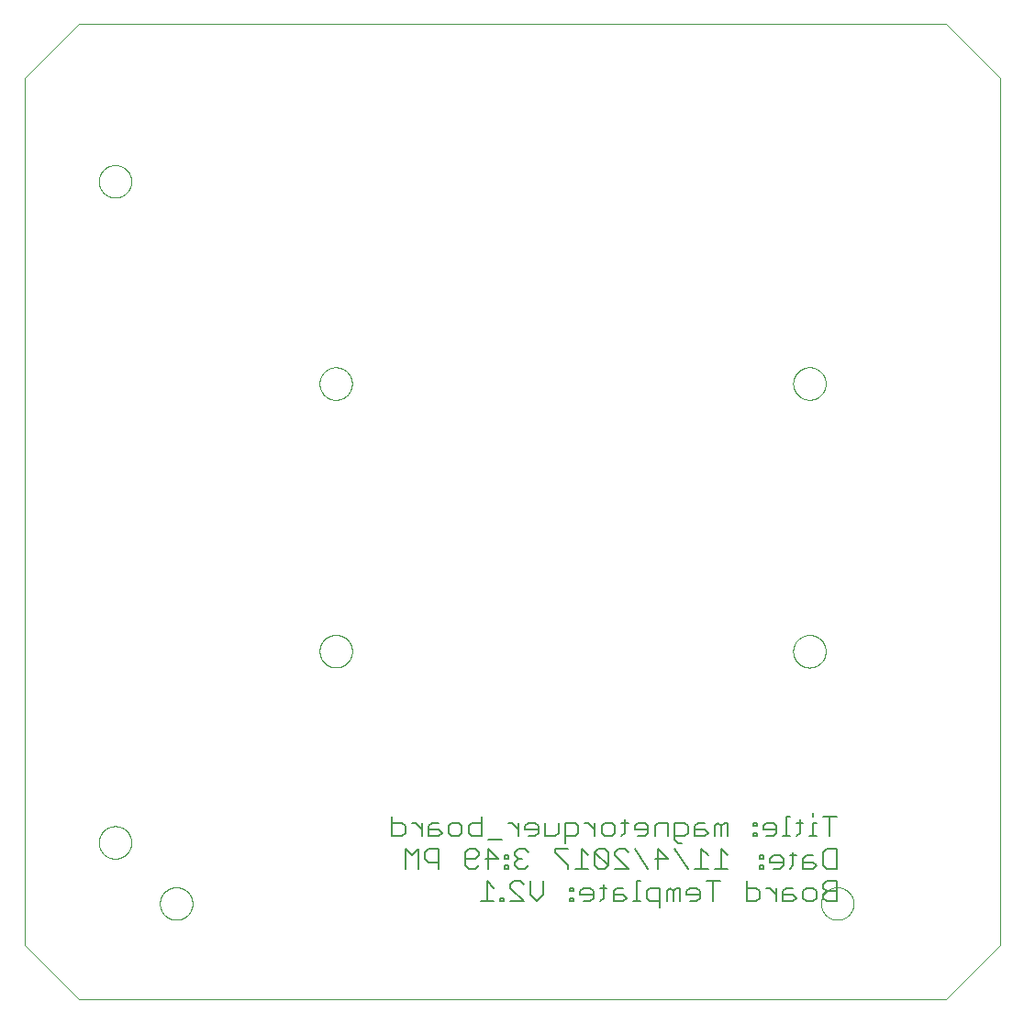
<source format=gbo>
G75*
%MOIN*%
%OFA0B0*%
%FSLAX25Y25*%
%IPPOS*%
%LPD*%
%AMOC8*
5,1,8,0,0,1.08239X$1,22.5*
%
%ADD10C,0.00000*%
%ADD11C,0.00600*%
D10*
X0021455Y0039203D02*
X0021455Y0354163D01*
X0041140Y0373848D01*
X0356100Y0373848D01*
X0375785Y0354163D01*
X0375785Y0039203D01*
X0356100Y0019518D01*
X0041140Y0019518D01*
X0021455Y0039203D01*
X0048494Y0076604D02*
X0048496Y0076757D01*
X0048502Y0076911D01*
X0048512Y0077064D01*
X0048526Y0077216D01*
X0048544Y0077369D01*
X0048566Y0077520D01*
X0048591Y0077671D01*
X0048621Y0077822D01*
X0048655Y0077972D01*
X0048692Y0078120D01*
X0048733Y0078268D01*
X0048778Y0078414D01*
X0048827Y0078560D01*
X0048880Y0078704D01*
X0048936Y0078846D01*
X0048996Y0078987D01*
X0049060Y0079127D01*
X0049127Y0079265D01*
X0049198Y0079401D01*
X0049273Y0079535D01*
X0049350Y0079667D01*
X0049432Y0079797D01*
X0049516Y0079925D01*
X0049604Y0080051D01*
X0049695Y0080174D01*
X0049789Y0080295D01*
X0049887Y0080413D01*
X0049987Y0080529D01*
X0050091Y0080642D01*
X0050197Y0080753D01*
X0050306Y0080861D01*
X0050418Y0080966D01*
X0050532Y0081067D01*
X0050650Y0081166D01*
X0050769Y0081262D01*
X0050891Y0081355D01*
X0051016Y0081444D01*
X0051143Y0081531D01*
X0051272Y0081613D01*
X0051403Y0081693D01*
X0051536Y0081769D01*
X0051671Y0081842D01*
X0051808Y0081911D01*
X0051947Y0081976D01*
X0052087Y0082038D01*
X0052229Y0082096D01*
X0052372Y0082151D01*
X0052517Y0082202D01*
X0052663Y0082249D01*
X0052810Y0082292D01*
X0052958Y0082331D01*
X0053107Y0082367D01*
X0053257Y0082398D01*
X0053408Y0082426D01*
X0053559Y0082450D01*
X0053712Y0082470D01*
X0053864Y0082486D01*
X0054017Y0082498D01*
X0054170Y0082506D01*
X0054323Y0082510D01*
X0054477Y0082510D01*
X0054630Y0082506D01*
X0054783Y0082498D01*
X0054936Y0082486D01*
X0055088Y0082470D01*
X0055241Y0082450D01*
X0055392Y0082426D01*
X0055543Y0082398D01*
X0055693Y0082367D01*
X0055842Y0082331D01*
X0055990Y0082292D01*
X0056137Y0082249D01*
X0056283Y0082202D01*
X0056428Y0082151D01*
X0056571Y0082096D01*
X0056713Y0082038D01*
X0056853Y0081976D01*
X0056992Y0081911D01*
X0057129Y0081842D01*
X0057264Y0081769D01*
X0057397Y0081693D01*
X0057528Y0081613D01*
X0057657Y0081531D01*
X0057784Y0081444D01*
X0057909Y0081355D01*
X0058031Y0081262D01*
X0058150Y0081166D01*
X0058268Y0081067D01*
X0058382Y0080966D01*
X0058494Y0080861D01*
X0058603Y0080753D01*
X0058709Y0080642D01*
X0058813Y0080529D01*
X0058913Y0080413D01*
X0059011Y0080295D01*
X0059105Y0080174D01*
X0059196Y0080051D01*
X0059284Y0079925D01*
X0059368Y0079797D01*
X0059450Y0079667D01*
X0059527Y0079535D01*
X0059602Y0079401D01*
X0059673Y0079265D01*
X0059740Y0079127D01*
X0059804Y0078987D01*
X0059864Y0078846D01*
X0059920Y0078704D01*
X0059973Y0078560D01*
X0060022Y0078414D01*
X0060067Y0078268D01*
X0060108Y0078120D01*
X0060145Y0077972D01*
X0060179Y0077822D01*
X0060209Y0077671D01*
X0060234Y0077520D01*
X0060256Y0077369D01*
X0060274Y0077216D01*
X0060288Y0077064D01*
X0060298Y0076911D01*
X0060304Y0076757D01*
X0060306Y0076604D01*
X0060304Y0076451D01*
X0060298Y0076297D01*
X0060288Y0076144D01*
X0060274Y0075992D01*
X0060256Y0075839D01*
X0060234Y0075688D01*
X0060209Y0075537D01*
X0060179Y0075386D01*
X0060145Y0075236D01*
X0060108Y0075088D01*
X0060067Y0074940D01*
X0060022Y0074794D01*
X0059973Y0074648D01*
X0059920Y0074504D01*
X0059864Y0074362D01*
X0059804Y0074221D01*
X0059740Y0074081D01*
X0059673Y0073943D01*
X0059602Y0073807D01*
X0059527Y0073673D01*
X0059450Y0073541D01*
X0059368Y0073411D01*
X0059284Y0073283D01*
X0059196Y0073157D01*
X0059105Y0073034D01*
X0059011Y0072913D01*
X0058913Y0072795D01*
X0058813Y0072679D01*
X0058709Y0072566D01*
X0058603Y0072455D01*
X0058494Y0072347D01*
X0058382Y0072242D01*
X0058268Y0072141D01*
X0058150Y0072042D01*
X0058031Y0071946D01*
X0057909Y0071853D01*
X0057784Y0071764D01*
X0057657Y0071677D01*
X0057528Y0071595D01*
X0057397Y0071515D01*
X0057264Y0071439D01*
X0057129Y0071366D01*
X0056992Y0071297D01*
X0056853Y0071232D01*
X0056713Y0071170D01*
X0056571Y0071112D01*
X0056428Y0071057D01*
X0056283Y0071006D01*
X0056137Y0070959D01*
X0055990Y0070916D01*
X0055842Y0070877D01*
X0055693Y0070841D01*
X0055543Y0070810D01*
X0055392Y0070782D01*
X0055241Y0070758D01*
X0055088Y0070738D01*
X0054936Y0070722D01*
X0054783Y0070710D01*
X0054630Y0070702D01*
X0054477Y0070698D01*
X0054323Y0070698D01*
X0054170Y0070702D01*
X0054017Y0070710D01*
X0053864Y0070722D01*
X0053712Y0070738D01*
X0053559Y0070758D01*
X0053408Y0070782D01*
X0053257Y0070810D01*
X0053107Y0070841D01*
X0052958Y0070877D01*
X0052810Y0070916D01*
X0052663Y0070959D01*
X0052517Y0071006D01*
X0052372Y0071057D01*
X0052229Y0071112D01*
X0052087Y0071170D01*
X0051947Y0071232D01*
X0051808Y0071297D01*
X0051671Y0071366D01*
X0051536Y0071439D01*
X0051403Y0071515D01*
X0051272Y0071595D01*
X0051143Y0071677D01*
X0051016Y0071764D01*
X0050891Y0071853D01*
X0050769Y0071946D01*
X0050650Y0072042D01*
X0050532Y0072141D01*
X0050418Y0072242D01*
X0050306Y0072347D01*
X0050197Y0072455D01*
X0050091Y0072566D01*
X0049987Y0072679D01*
X0049887Y0072795D01*
X0049789Y0072913D01*
X0049695Y0073034D01*
X0049604Y0073157D01*
X0049516Y0073283D01*
X0049432Y0073411D01*
X0049350Y0073541D01*
X0049273Y0073673D01*
X0049198Y0073807D01*
X0049127Y0073943D01*
X0049060Y0074081D01*
X0048996Y0074221D01*
X0048936Y0074362D01*
X0048880Y0074504D01*
X0048827Y0074648D01*
X0048778Y0074794D01*
X0048733Y0074940D01*
X0048692Y0075088D01*
X0048655Y0075236D01*
X0048621Y0075386D01*
X0048591Y0075537D01*
X0048566Y0075688D01*
X0048544Y0075839D01*
X0048526Y0075992D01*
X0048512Y0076144D01*
X0048502Y0076297D01*
X0048496Y0076451D01*
X0048494Y0076604D01*
X0070698Y0054400D02*
X0070700Y0054553D01*
X0070706Y0054707D01*
X0070716Y0054860D01*
X0070730Y0055012D01*
X0070748Y0055165D01*
X0070770Y0055316D01*
X0070795Y0055467D01*
X0070825Y0055618D01*
X0070859Y0055768D01*
X0070896Y0055916D01*
X0070937Y0056064D01*
X0070982Y0056210D01*
X0071031Y0056356D01*
X0071084Y0056500D01*
X0071140Y0056642D01*
X0071200Y0056783D01*
X0071264Y0056923D01*
X0071331Y0057061D01*
X0071402Y0057197D01*
X0071477Y0057331D01*
X0071554Y0057463D01*
X0071636Y0057593D01*
X0071720Y0057721D01*
X0071808Y0057847D01*
X0071899Y0057970D01*
X0071993Y0058091D01*
X0072091Y0058209D01*
X0072191Y0058325D01*
X0072295Y0058438D01*
X0072401Y0058549D01*
X0072510Y0058657D01*
X0072622Y0058762D01*
X0072736Y0058863D01*
X0072854Y0058962D01*
X0072973Y0059058D01*
X0073095Y0059151D01*
X0073220Y0059240D01*
X0073347Y0059327D01*
X0073476Y0059409D01*
X0073607Y0059489D01*
X0073740Y0059565D01*
X0073875Y0059638D01*
X0074012Y0059707D01*
X0074151Y0059772D01*
X0074291Y0059834D01*
X0074433Y0059892D01*
X0074576Y0059947D01*
X0074721Y0059998D01*
X0074867Y0060045D01*
X0075014Y0060088D01*
X0075162Y0060127D01*
X0075311Y0060163D01*
X0075461Y0060194D01*
X0075612Y0060222D01*
X0075763Y0060246D01*
X0075916Y0060266D01*
X0076068Y0060282D01*
X0076221Y0060294D01*
X0076374Y0060302D01*
X0076527Y0060306D01*
X0076681Y0060306D01*
X0076834Y0060302D01*
X0076987Y0060294D01*
X0077140Y0060282D01*
X0077292Y0060266D01*
X0077445Y0060246D01*
X0077596Y0060222D01*
X0077747Y0060194D01*
X0077897Y0060163D01*
X0078046Y0060127D01*
X0078194Y0060088D01*
X0078341Y0060045D01*
X0078487Y0059998D01*
X0078632Y0059947D01*
X0078775Y0059892D01*
X0078917Y0059834D01*
X0079057Y0059772D01*
X0079196Y0059707D01*
X0079333Y0059638D01*
X0079468Y0059565D01*
X0079601Y0059489D01*
X0079732Y0059409D01*
X0079861Y0059327D01*
X0079988Y0059240D01*
X0080113Y0059151D01*
X0080235Y0059058D01*
X0080354Y0058962D01*
X0080472Y0058863D01*
X0080586Y0058762D01*
X0080698Y0058657D01*
X0080807Y0058549D01*
X0080913Y0058438D01*
X0081017Y0058325D01*
X0081117Y0058209D01*
X0081215Y0058091D01*
X0081309Y0057970D01*
X0081400Y0057847D01*
X0081488Y0057721D01*
X0081572Y0057593D01*
X0081654Y0057463D01*
X0081731Y0057331D01*
X0081806Y0057197D01*
X0081877Y0057061D01*
X0081944Y0056923D01*
X0082008Y0056783D01*
X0082068Y0056642D01*
X0082124Y0056500D01*
X0082177Y0056356D01*
X0082226Y0056210D01*
X0082271Y0056064D01*
X0082312Y0055916D01*
X0082349Y0055768D01*
X0082383Y0055618D01*
X0082413Y0055467D01*
X0082438Y0055316D01*
X0082460Y0055165D01*
X0082478Y0055012D01*
X0082492Y0054860D01*
X0082502Y0054707D01*
X0082508Y0054553D01*
X0082510Y0054400D01*
X0082508Y0054247D01*
X0082502Y0054093D01*
X0082492Y0053940D01*
X0082478Y0053788D01*
X0082460Y0053635D01*
X0082438Y0053484D01*
X0082413Y0053333D01*
X0082383Y0053182D01*
X0082349Y0053032D01*
X0082312Y0052884D01*
X0082271Y0052736D01*
X0082226Y0052590D01*
X0082177Y0052444D01*
X0082124Y0052300D01*
X0082068Y0052158D01*
X0082008Y0052017D01*
X0081944Y0051877D01*
X0081877Y0051739D01*
X0081806Y0051603D01*
X0081731Y0051469D01*
X0081654Y0051337D01*
X0081572Y0051207D01*
X0081488Y0051079D01*
X0081400Y0050953D01*
X0081309Y0050830D01*
X0081215Y0050709D01*
X0081117Y0050591D01*
X0081017Y0050475D01*
X0080913Y0050362D01*
X0080807Y0050251D01*
X0080698Y0050143D01*
X0080586Y0050038D01*
X0080472Y0049937D01*
X0080354Y0049838D01*
X0080235Y0049742D01*
X0080113Y0049649D01*
X0079988Y0049560D01*
X0079861Y0049473D01*
X0079732Y0049391D01*
X0079601Y0049311D01*
X0079468Y0049235D01*
X0079333Y0049162D01*
X0079196Y0049093D01*
X0079057Y0049028D01*
X0078917Y0048966D01*
X0078775Y0048908D01*
X0078632Y0048853D01*
X0078487Y0048802D01*
X0078341Y0048755D01*
X0078194Y0048712D01*
X0078046Y0048673D01*
X0077897Y0048637D01*
X0077747Y0048606D01*
X0077596Y0048578D01*
X0077445Y0048554D01*
X0077292Y0048534D01*
X0077140Y0048518D01*
X0076987Y0048506D01*
X0076834Y0048498D01*
X0076681Y0048494D01*
X0076527Y0048494D01*
X0076374Y0048498D01*
X0076221Y0048506D01*
X0076068Y0048518D01*
X0075916Y0048534D01*
X0075763Y0048554D01*
X0075612Y0048578D01*
X0075461Y0048606D01*
X0075311Y0048637D01*
X0075162Y0048673D01*
X0075014Y0048712D01*
X0074867Y0048755D01*
X0074721Y0048802D01*
X0074576Y0048853D01*
X0074433Y0048908D01*
X0074291Y0048966D01*
X0074151Y0049028D01*
X0074012Y0049093D01*
X0073875Y0049162D01*
X0073740Y0049235D01*
X0073607Y0049311D01*
X0073476Y0049391D01*
X0073347Y0049473D01*
X0073220Y0049560D01*
X0073095Y0049649D01*
X0072973Y0049742D01*
X0072854Y0049838D01*
X0072736Y0049937D01*
X0072622Y0050038D01*
X0072510Y0050143D01*
X0072401Y0050251D01*
X0072295Y0050362D01*
X0072191Y0050475D01*
X0072091Y0050591D01*
X0071993Y0050709D01*
X0071899Y0050830D01*
X0071808Y0050953D01*
X0071720Y0051079D01*
X0071636Y0051207D01*
X0071554Y0051337D01*
X0071477Y0051469D01*
X0071402Y0051603D01*
X0071331Y0051739D01*
X0071264Y0051877D01*
X0071200Y0052017D01*
X0071140Y0052158D01*
X0071084Y0052300D01*
X0071031Y0052444D01*
X0070982Y0052590D01*
X0070937Y0052736D01*
X0070896Y0052884D01*
X0070859Y0053032D01*
X0070825Y0053182D01*
X0070795Y0053333D01*
X0070770Y0053484D01*
X0070748Y0053635D01*
X0070730Y0053788D01*
X0070716Y0053940D01*
X0070706Y0054093D01*
X0070700Y0054247D01*
X0070698Y0054400D01*
X0128694Y0146083D02*
X0128696Y0146236D01*
X0128702Y0146390D01*
X0128712Y0146543D01*
X0128726Y0146695D01*
X0128744Y0146848D01*
X0128766Y0146999D01*
X0128791Y0147150D01*
X0128821Y0147301D01*
X0128855Y0147451D01*
X0128892Y0147599D01*
X0128933Y0147747D01*
X0128978Y0147893D01*
X0129027Y0148039D01*
X0129080Y0148183D01*
X0129136Y0148325D01*
X0129196Y0148466D01*
X0129260Y0148606D01*
X0129327Y0148744D01*
X0129398Y0148880D01*
X0129473Y0149014D01*
X0129550Y0149146D01*
X0129632Y0149276D01*
X0129716Y0149404D01*
X0129804Y0149530D01*
X0129895Y0149653D01*
X0129989Y0149774D01*
X0130087Y0149892D01*
X0130187Y0150008D01*
X0130291Y0150121D01*
X0130397Y0150232D01*
X0130506Y0150340D01*
X0130618Y0150445D01*
X0130732Y0150546D01*
X0130850Y0150645D01*
X0130969Y0150741D01*
X0131091Y0150834D01*
X0131216Y0150923D01*
X0131343Y0151010D01*
X0131472Y0151092D01*
X0131603Y0151172D01*
X0131736Y0151248D01*
X0131871Y0151321D01*
X0132008Y0151390D01*
X0132147Y0151455D01*
X0132287Y0151517D01*
X0132429Y0151575D01*
X0132572Y0151630D01*
X0132717Y0151681D01*
X0132863Y0151728D01*
X0133010Y0151771D01*
X0133158Y0151810D01*
X0133307Y0151846D01*
X0133457Y0151877D01*
X0133608Y0151905D01*
X0133759Y0151929D01*
X0133912Y0151949D01*
X0134064Y0151965D01*
X0134217Y0151977D01*
X0134370Y0151985D01*
X0134523Y0151989D01*
X0134677Y0151989D01*
X0134830Y0151985D01*
X0134983Y0151977D01*
X0135136Y0151965D01*
X0135288Y0151949D01*
X0135441Y0151929D01*
X0135592Y0151905D01*
X0135743Y0151877D01*
X0135893Y0151846D01*
X0136042Y0151810D01*
X0136190Y0151771D01*
X0136337Y0151728D01*
X0136483Y0151681D01*
X0136628Y0151630D01*
X0136771Y0151575D01*
X0136913Y0151517D01*
X0137053Y0151455D01*
X0137192Y0151390D01*
X0137329Y0151321D01*
X0137464Y0151248D01*
X0137597Y0151172D01*
X0137728Y0151092D01*
X0137857Y0151010D01*
X0137984Y0150923D01*
X0138109Y0150834D01*
X0138231Y0150741D01*
X0138350Y0150645D01*
X0138468Y0150546D01*
X0138582Y0150445D01*
X0138694Y0150340D01*
X0138803Y0150232D01*
X0138909Y0150121D01*
X0139013Y0150008D01*
X0139113Y0149892D01*
X0139211Y0149774D01*
X0139305Y0149653D01*
X0139396Y0149530D01*
X0139484Y0149404D01*
X0139568Y0149276D01*
X0139650Y0149146D01*
X0139727Y0149014D01*
X0139802Y0148880D01*
X0139873Y0148744D01*
X0139940Y0148606D01*
X0140004Y0148466D01*
X0140064Y0148325D01*
X0140120Y0148183D01*
X0140173Y0148039D01*
X0140222Y0147893D01*
X0140267Y0147747D01*
X0140308Y0147599D01*
X0140345Y0147451D01*
X0140379Y0147301D01*
X0140409Y0147150D01*
X0140434Y0146999D01*
X0140456Y0146848D01*
X0140474Y0146695D01*
X0140488Y0146543D01*
X0140498Y0146390D01*
X0140504Y0146236D01*
X0140506Y0146083D01*
X0140504Y0145930D01*
X0140498Y0145776D01*
X0140488Y0145623D01*
X0140474Y0145471D01*
X0140456Y0145318D01*
X0140434Y0145167D01*
X0140409Y0145016D01*
X0140379Y0144865D01*
X0140345Y0144715D01*
X0140308Y0144567D01*
X0140267Y0144419D01*
X0140222Y0144273D01*
X0140173Y0144127D01*
X0140120Y0143983D01*
X0140064Y0143841D01*
X0140004Y0143700D01*
X0139940Y0143560D01*
X0139873Y0143422D01*
X0139802Y0143286D01*
X0139727Y0143152D01*
X0139650Y0143020D01*
X0139568Y0142890D01*
X0139484Y0142762D01*
X0139396Y0142636D01*
X0139305Y0142513D01*
X0139211Y0142392D01*
X0139113Y0142274D01*
X0139013Y0142158D01*
X0138909Y0142045D01*
X0138803Y0141934D01*
X0138694Y0141826D01*
X0138582Y0141721D01*
X0138468Y0141620D01*
X0138350Y0141521D01*
X0138231Y0141425D01*
X0138109Y0141332D01*
X0137984Y0141243D01*
X0137857Y0141156D01*
X0137728Y0141074D01*
X0137597Y0140994D01*
X0137464Y0140918D01*
X0137329Y0140845D01*
X0137192Y0140776D01*
X0137053Y0140711D01*
X0136913Y0140649D01*
X0136771Y0140591D01*
X0136628Y0140536D01*
X0136483Y0140485D01*
X0136337Y0140438D01*
X0136190Y0140395D01*
X0136042Y0140356D01*
X0135893Y0140320D01*
X0135743Y0140289D01*
X0135592Y0140261D01*
X0135441Y0140237D01*
X0135288Y0140217D01*
X0135136Y0140201D01*
X0134983Y0140189D01*
X0134830Y0140181D01*
X0134677Y0140177D01*
X0134523Y0140177D01*
X0134370Y0140181D01*
X0134217Y0140189D01*
X0134064Y0140201D01*
X0133912Y0140217D01*
X0133759Y0140237D01*
X0133608Y0140261D01*
X0133457Y0140289D01*
X0133307Y0140320D01*
X0133158Y0140356D01*
X0133010Y0140395D01*
X0132863Y0140438D01*
X0132717Y0140485D01*
X0132572Y0140536D01*
X0132429Y0140591D01*
X0132287Y0140649D01*
X0132147Y0140711D01*
X0132008Y0140776D01*
X0131871Y0140845D01*
X0131736Y0140918D01*
X0131603Y0140994D01*
X0131472Y0141074D01*
X0131343Y0141156D01*
X0131216Y0141243D01*
X0131091Y0141332D01*
X0130969Y0141425D01*
X0130850Y0141521D01*
X0130732Y0141620D01*
X0130618Y0141721D01*
X0130506Y0141826D01*
X0130397Y0141934D01*
X0130291Y0142045D01*
X0130187Y0142158D01*
X0130087Y0142274D01*
X0129989Y0142392D01*
X0129895Y0142513D01*
X0129804Y0142636D01*
X0129716Y0142762D01*
X0129632Y0142890D01*
X0129550Y0143020D01*
X0129473Y0143152D01*
X0129398Y0143286D01*
X0129327Y0143422D01*
X0129260Y0143560D01*
X0129196Y0143700D01*
X0129136Y0143841D01*
X0129080Y0143983D01*
X0129027Y0144127D01*
X0128978Y0144273D01*
X0128933Y0144419D01*
X0128892Y0144567D01*
X0128855Y0144715D01*
X0128821Y0144865D01*
X0128791Y0145016D01*
X0128766Y0145167D01*
X0128744Y0145318D01*
X0128726Y0145471D01*
X0128712Y0145623D01*
X0128702Y0145776D01*
X0128696Y0145930D01*
X0128694Y0146083D01*
X0128664Y0243293D02*
X0128666Y0243446D01*
X0128672Y0243600D01*
X0128682Y0243753D01*
X0128696Y0243905D01*
X0128714Y0244058D01*
X0128736Y0244209D01*
X0128761Y0244360D01*
X0128791Y0244511D01*
X0128825Y0244661D01*
X0128862Y0244809D01*
X0128903Y0244957D01*
X0128948Y0245103D01*
X0128997Y0245249D01*
X0129050Y0245393D01*
X0129106Y0245535D01*
X0129166Y0245676D01*
X0129230Y0245816D01*
X0129297Y0245954D01*
X0129368Y0246090D01*
X0129443Y0246224D01*
X0129520Y0246356D01*
X0129602Y0246486D01*
X0129686Y0246614D01*
X0129774Y0246740D01*
X0129865Y0246863D01*
X0129959Y0246984D01*
X0130057Y0247102D01*
X0130157Y0247218D01*
X0130261Y0247331D01*
X0130367Y0247442D01*
X0130476Y0247550D01*
X0130588Y0247655D01*
X0130702Y0247756D01*
X0130820Y0247855D01*
X0130939Y0247951D01*
X0131061Y0248044D01*
X0131186Y0248133D01*
X0131313Y0248220D01*
X0131442Y0248302D01*
X0131573Y0248382D01*
X0131706Y0248458D01*
X0131841Y0248531D01*
X0131978Y0248600D01*
X0132117Y0248665D01*
X0132257Y0248727D01*
X0132399Y0248785D01*
X0132542Y0248840D01*
X0132687Y0248891D01*
X0132833Y0248938D01*
X0132980Y0248981D01*
X0133128Y0249020D01*
X0133277Y0249056D01*
X0133427Y0249087D01*
X0133578Y0249115D01*
X0133729Y0249139D01*
X0133882Y0249159D01*
X0134034Y0249175D01*
X0134187Y0249187D01*
X0134340Y0249195D01*
X0134493Y0249199D01*
X0134647Y0249199D01*
X0134800Y0249195D01*
X0134953Y0249187D01*
X0135106Y0249175D01*
X0135258Y0249159D01*
X0135411Y0249139D01*
X0135562Y0249115D01*
X0135713Y0249087D01*
X0135863Y0249056D01*
X0136012Y0249020D01*
X0136160Y0248981D01*
X0136307Y0248938D01*
X0136453Y0248891D01*
X0136598Y0248840D01*
X0136741Y0248785D01*
X0136883Y0248727D01*
X0137023Y0248665D01*
X0137162Y0248600D01*
X0137299Y0248531D01*
X0137434Y0248458D01*
X0137567Y0248382D01*
X0137698Y0248302D01*
X0137827Y0248220D01*
X0137954Y0248133D01*
X0138079Y0248044D01*
X0138201Y0247951D01*
X0138320Y0247855D01*
X0138438Y0247756D01*
X0138552Y0247655D01*
X0138664Y0247550D01*
X0138773Y0247442D01*
X0138879Y0247331D01*
X0138983Y0247218D01*
X0139083Y0247102D01*
X0139181Y0246984D01*
X0139275Y0246863D01*
X0139366Y0246740D01*
X0139454Y0246614D01*
X0139538Y0246486D01*
X0139620Y0246356D01*
X0139697Y0246224D01*
X0139772Y0246090D01*
X0139843Y0245954D01*
X0139910Y0245816D01*
X0139974Y0245676D01*
X0140034Y0245535D01*
X0140090Y0245393D01*
X0140143Y0245249D01*
X0140192Y0245103D01*
X0140237Y0244957D01*
X0140278Y0244809D01*
X0140315Y0244661D01*
X0140349Y0244511D01*
X0140379Y0244360D01*
X0140404Y0244209D01*
X0140426Y0244058D01*
X0140444Y0243905D01*
X0140458Y0243753D01*
X0140468Y0243600D01*
X0140474Y0243446D01*
X0140476Y0243293D01*
X0140474Y0243140D01*
X0140468Y0242986D01*
X0140458Y0242833D01*
X0140444Y0242681D01*
X0140426Y0242528D01*
X0140404Y0242377D01*
X0140379Y0242226D01*
X0140349Y0242075D01*
X0140315Y0241925D01*
X0140278Y0241777D01*
X0140237Y0241629D01*
X0140192Y0241483D01*
X0140143Y0241337D01*
X0140090Y0241193D01*
X0140034Y0241051D01*
X0139974Y0240910D01*
X0139910Y0240770D01*
X0139843Y0240632D01*
X0139772Y0240496D01*
X0139697Y0240362D01*
X0139620Y0240230D01*
X0139538Y0240100D01*
X0139454Y0239972D01*
X0139366Y0239846D01*
X0139275Y0239723D01*
X0139181Y0239602D01*
X0139083Y0239484D01*
X0138983Y0239368D01*
X0138879Y0239255D01*
X0138773Y0239144D01*
X0138664Y0239036D01*
X0138552Y0238931D01*
X0138438Y0238830D01*
X0138320Y0238731D01*
X0138201Y0238635D01*
X0138079Y0238542D01*
X0137954Y0238453D01*
X0137827Y0238366D01*
X0137698Y0238284D01*
X0137567Y0238204D01*
X0137434Y0238128D01*
X0137299Y0238055D01*
X0137162Y0237986D01*
X0137023Y0237921D01*
X0136883Y0237859D01*
X0136741Y0237801D01*
X0136598Y0237746D01*
X0136453Y0237695D01*
X0136307Y0237648D01*
X0136160Y0237605D01*
X0136012Y0237566D01*
X0135863Y0237530D01*
X0135713Y0237499D01*
X0135562Y0237471D01*
X0135411Y0237447D01*
X0135258Y0237427D01*
X0135106Y0237411D01*
X0134953Y0237399D01*
X0134800Y0237391D01*
X0134647Y0237387D01*
X0134493Y0237387D01*
X0134340Y0237391D01*
X0134187Y0237399D01*
X0134034Y0237411D01*
X0133882Y0237427D01*
X0133729Y0237447D01*
X0133578Y0237471D01*
X0133427Y0237499D01*
X0133277Y0237530D01*
X0133128Y0237566D01*
X0132980Y0237605D01*
X0132833Y0237648D01*
X0132687Y0237695D01*
X0132542Y0237746D01*
X0132399Y0237801D01*
X0132257Y0237859D01*
X0132117Y0237921D01*
X0131978Y0237986D01*
X0131841Y0238055D01*
X0131706Y0238128D01*
X0131573Y0238204D01*
X0131442Y0238284D01*
X0131313Y0238366D01*
X0131186Y0238453D01*
X0131061Y0238542D01*
X0130939Y0238635D01*
X0130820Y0238731D01*
X0130702Y0238830D01*
X0130588Y0238931D01*
X0130476Y0239036D01*
X0130367Y0239144D01*
X0130261Y0239255D01*
X0130157Y0239368D01*
X0130057Y0239484D01*
X0129959Y0239602D01*
X0129865Y0239723D01*
X0129774Y0239846D01*
X0129686Y0239972D01*
X0129602Y0240100D01*
X0129520Y0240230D01*
X0129443Y0240362D01*
X0129368Y0240496D01*
X0129297Y0240632D01*
X0129230Y0240770D01*
X0129166Y0240910D01*
X0129106Y0241051D01*
X0129050Y0241193D01*
X0128997Y0241337D01*
X0128948Y0241483D01*
X0128903Y0241629D01*
X0128862Y0241777D01*
X0128825Y0241925D01*
X0128791Y0242075D01*
X0128761Y0242226D01*
X0128736Y0242377D01*
X0128714Y0242528D01*
X0128696Y0242681D01*
X0128682Y0242833D01*
X0128672Y0242986D01*
X0128666Y0243140D01*
X0128664Y0243293D01*
X0048494Y0316762D02*
X0048496Y0316915D01*
X0048502Y0317069D01*
X0048512Y0317222D01*
X0048526Y0317374D01*
X0048544Y0317527D01*
X0048566Y0317678D01*
X0048591Y0317829D01*
X0048621Y0317980D01*
X0048655Y0318130D01*
X0048692Y0318278D01*
X0048733Y0318426D01*
X0048778Y0318572D01*
X0048827Y0318718D01*
X0048880Y0318862D01*
X0048936Y0319004D01*
X0048996Y0319145D01*
X0049060Y0319285D01*
X0049127Y0319423D01*
X0049198Y0319559D01*
X0049273Y0319693D01*
X0049350Y0319825D01*
X0049432Y0319955D01*
X0049516Y0320083D01*
X0049604Y0320209D01*
X0049695Y0320332D01*
X0049789Y0320453D01*
X0049887Y0320571D01*
X0049987Y0320687D01*
X0050091Y0320800D01*
X0050197Y0320911D01*
X0050306Y0321019D01*
X0050418Y0321124D01*
X0050532Y0321225D01*
X0050650Y0321324D01*
X0050769Y0321420D01*
X0050891Y0321513D01*
X0051016Y0321602D01*
X0051143Y0321689D01*
X0051272Y0321771D01*
X0051403Y0321851D01*
X0051536Y0321927D01*
X0051671Y0322000D01*
X0051808Y0322069D01*
X0051947Y0322134D01*
X0052087Y0322196D01*
X0052229Y0322254D01*
X0052372Y0322309D01*
X0052517Y0322360D01*
X0052663Y0322407D01*
X0052810Y0322450D01*
X0052958Y0322489D01*
X0053107Y0322525D01*
X0053257Y0322556D01*
X0053408Y0322584D01*
X0053559Y0322608D01*
X0053712Y0322628D01*
X0053864Y0322644D01*
X0054017Y0322656D01*
X0054170Y0322664D01*
X0054323Y0322668D01*
X0054477Y0322668D01*
X0054630Y0322664D01*
X0054783Y0322656D01*
X0054936Y0322644D01*
X0055088Y0322628D01*
X0055241Y0322608D01*
X0055392Y0322584D01*
X0055543Y0322556D01*
X0055693Y0322525D01*
X0055842Y0322489D01*
X0055990Y0322450D01*
X0056137Y0322407D01*
X0056283Y0322360D01*
X0056428Y0322309D01*
X0056571Y0322254D01*
X0056713Y0322196D01*
X0056853Y0322134D01*
X0056992Y0322069D01*
X0057129Y0322000D01*
X0057264Y0321927D01*
X0057397Y0321851D01*
X0057528Y0321771D01*
X0057657Y0321689D01*
X0057784Y0321602D01*
X0057909Y0321513D01*
X0058031Y0321420D01*
X0058150Y0321324D01*
X0058268Y0321225D01*
X0058382Y0321124D01*
X0058494Y0321019D01*
X0058603Y0320911D01*
X0058709Y0320800D01*
X0058813Y0320687D01*
X0058913Y0320571D01*
X0059011Y0320453D01*
X0059105Y0320332D01*
X0059196Y0320209D01*
X0059284Y0320083D01*
X0059368Y0319955D01*
X0059450Y0319825D01*
X0059527Y0319693D01*
X0059602Y0319559D01*
X0059673Y0319423D01*
X0059740Y0319285D01*
X0059804Y0319145D01*
X0059864Y0319004D01*
X0059920Y0318862D01*
X0059973Y0318718D01*
X0060022Y0318572D01*
X0060067Y0318426D01*
X0060108Y0318278D01*
X0060145Y0318130D01*
X0060179Y0317980D01*
X0060209Y0317829D01*
X0060234Y0317678D01*
X0060256Y0317527D01*
X0060274Y0317374D01*
X0060288Y0317222D01*
X0060298Y0317069D01*
X0060304Y0316915D01*
X0060306Y0316762D01*
X0060304Y0316609D01*
X0060298Y0316455D01*
X0060288Y0316302D01*
X0060274Y0316150D01*
X0060256Y0315997D01*
X0060234Y0315846D01*
X0060209Y0315695D01*
X0060179Y0315544D01*
X0060145Y0315394D01*
X0060108Y0315246D01*
X0060067Y0315098D01*
X0060022Y0314952D01*
X0059973Y0314806D01*
X0059920Y0314662D01*
X0059864Y0314520D01*
X0059804Y0314379D01*
X0059740Y0314239D01*
X0059673Y0314101D01*
X0059602Y0313965D01*
X0059527Y0313831D01*
X0059450Y0313699D01*
X0059368Y0313569D01*
X0059284Y0313441D01*
X0059196Y0313315D01*
X0059105Y0313192D01*
X0059011Y0313071D01*
X0058913Y0312953D01*
X0058813Y0312837D01*
X0058709Y0312724D01*
X0058603Y0312613D01*
X0058494Y0312505D01*
X0058382Y0312400D01*
X0058268Y0312299D01*
X0058150Y0312200D01*
X0058031Y0312104D01*
X0057909Y0312011D01*
X0057784Y0311922D01*
X0057657Y0311835D01*
X0057528Y0311753D01*
X0057397Y0311673D01*
X0057264Y0311597D01*
X0057129Y0311524D01*
X0056992Y0311455D01*
X0056853Y0311390D01*
X0056713Y0311328D01*
X0056571Y0311270D01*
X0056428Y0311215D01*
X0056283Y0311164D01*
X0056137Y0311117D01*
X0055990Y0311074D01*
X0055842Y0311035D01*
X0055693Y0310999D01*
X0055543Y0310968D01*
X0055392Y0310940D01*
X0055241Y0310916D01*
X0055088Y0310896D01*
X0054936Y0310880D01*
X0054783Y0310868D01*
X0054630Y0310860D01*
X0054477Y0310856D01*
X0054323Y0310856D01*
X0054170Y0310860D01*
X0054017Y0310868D01*
X0053864Y0310880D01*
X0053712Y0310896D01*
X0053559Y0310916D01*
X0053408Y0310940D01*
X0053257Y0310968D01*
X0053107Y0310999D01*
X0052958Y0311035D01*
X0052810Y0311074D01*
X0052663Y0311117D01*
X0052517Y0311164D01*
X0052372Y0311215D01*
X0052229Y0311270D01*
X0052087Y0311328D01*
X0051947Y0311390D01*
X0051808Y0311455D01*
X0051671Y0311524D01*
X0051536Y0311597D01*
X0051403Y0311673D01*
X0051272Y0311753D01*
X0051143Y0311835D01*
X0051016Y0311922D01*
X0050891Y0312011D01*
X0050769Y0312104D01*
X0050650Y0312200D01*
X0050532Y0312299D01*
X0050418Y0312400D01*
X0050306Y0312505D01*
X0050197Y0312613D01*
X0050091Y0312724D01*
X0049987Y0312837D01*
X0049887Y0312953D01*
X0049789Y0313071D01*
X0049695Y0313192D01*
X0049604Y0313315D01*
X0049516Y0313441D01*
X0049432Y0313569D01*
X0049350Y0313699D01*
X0049273Y0313831D01*
X0049198Y0313965D01*
X0049127Y0314101D01*
X0049060Y0314239D01*
X0048996Y0314379D01*
X0048936Y0314520D01*
X0048880Y0314662D01*
X0048827Y0314806D01*
X0048778Y0314952D01*
X0048733Y0315098D01*
X0048692Y0315246D01*
X0048655Y0315394D01*
X0048621Y0315544D01*
X0048591Y0315695D01*
X0048566Y0315846D01*
X0048544Y0315997D01*
X0048526Y0316150D01*
X0048512Y0316302D01*
X0048502Y0316455D01*
X0048496Y0316609D01*
X0048494Y0316762D01*
X0300734Y0243313D02*
X0300736Y0243466D01*
X0300742Y0243620D01*
X0300752Y0243773D01*
X0300766Y0243925D01*
X0300784Y0244078D01*
X0300806Y0244229D01*
X0300831Y0244380D01*
X0300861Y0244531D01*
X0300895Y0244681D01*
X0300932Y0244829D01*
X0300973Y0244977D01*
X0301018Y0245123D01*
X0301067Y0245269D01*
X0301120Y0245413D01*
X0301176Y0245555D01*
X0301236Y0245696D01*
X0301300Y0245836D01*
X0301367Y0245974D01*
X0301438Y0246110D01*
X0301513Y0246244D01*
X0301590Y0246376D01*
X0301672Y0246506D01*
X0301756Y0246634D01*
X0301844Y0246760D01*
X0301935Y0246883D01*
X0302029Y0247004D01*
X0302127Y0247122D01*
X0302227Y0247238D01*
X0302331Y0247351D01*
X0302437Y0247462D01*
X0302546Y0247570D01*
X0302658Y0247675D01*
X0302772Y0247776D01*
X0302890Y0247875D01*
X0303009Y0247971D01*
X0303131Y0248064D01*
X0303256Y0248153D01*
X0303383Y0248240D01*
X0303512Y0248322D01*
X0303643Y0248402D01*
X0303776Y0248478D01*
X0303911Y0248551D01*
X0304048Y0248620D01*
X0304187Y0248685D01*
X0304327Y0248747D01*
X0304469Y0248805D01*
X0304612Y0248860D01*
X0304757Y0248911D01*
X0304903Y0248958D01*
X0305050Y0249001D01*
X0305198Y0249040D01*
X0305347Y0249076D01*
X0305497Y0249107D01*
X0305648Y0249135D01*
X0305799Y0249159D01*
X0305952Y0249179D01*
X0306104Y0249195D01*
X0306257Y0249207D01*
X0306410Y0249215D01*
X0306563Y0249219D01*
X0306717Y0249219D01*
X0306870Y0249215D01*
X0307023Y0249207D01*
X0307176Y0249195D01*
X0307328Y0249179D01*
X0307481Y0249159D01*
X0307632Y0249135D01*
X0307783Y0249107D01*
X0307933Y0249076D01*
X0308082Y0249040D01*
X0308230Y0249001D01*
X0308377Y0248958D01*
X0308523Y0248911D01*
X0308668Y0248860D01*
X0308811Y0248805D01*
X0308953Y0248747D01*
X0309093Y0248685D01*
X0309232Y0248620D01*
X0309369Y0248551D01*
X0309504Y0248478D01*
X0309637Y0248402D01*
X0309768Y0248322D01*
X0309897Y0248240D01*
X0310024Y0248153D01*
X0310149Y0248064D01*
X0310271Y0247971D01*
X0310390Y0247875D01*
X0310508Y0247776D01*
X0310622Y0247675D01*
X0310734Y0247570D01*
X0310843Y0247462D01*
X0310949Y0247351D01*
X0311053Y0247238D01*
X0311153Y0247122D01*
X0311251Y0247004D01*
X0311345Y0246883D01*
X0311436Y0246760D01*
X0311524Y0246634D01*
X0311608Y0246506D01*
X0311690Y0246376D01*
X0311767Y0246244D01*
X0311842Y0246110D01*
X0311913Y0245974D01*
X0311980Y0245836D01*
X0312044Y0245696D01*
X0312104Y0245555D01*
X0312160Y0245413D01*
X0312213Y0245269D01*
X0312262Y0245123D01*
X0312307Y0244977D01*
X0312348Y0244829D01*
X0312385Y0244681D01*
X0312419Y0244531D01*
X0312449Y0244380D01*
X0312474Y0244229D01*
X0312496Y0244078D01*
X0312514Y0243925D01*
X0312528Y0243773D01*
X0312538Y0243620D01*
X0312544Y0243466D01*
X0312546Y0243313D01*
X0312544Y0243160D01*
X0312538Y0243006D01*
X0312528Y0242853D01*
X0312514Y0242701D01*
X0312496Y0242548D01*
X0312474Y0242397D01*
X0312449Y0242246D01*
X0312419Y0242095D01*
X0312385Y0241945D01*
X0312348Y0241797D01*
X0312307Y0241649D01*
X0312262Y0241503D01*
X0312213Y0241357D01*
X0312160Y0241213D01*
X0312104Y0241071D01*
X0312044Y0240930D01*
X0311980Y0240790D01*
X0311913Y0240652D01*
X0311842Y0240516D01*
X0311767Y0240382D01*
X0311690Y0240250D01*
X0311608Y0240120D01*
X0311524Y0239992D01*
X0311436Y0239866D01*
X0311345Y0239743D01*
X0311251Y0239622D01*
X0311153Y0239504D01*
X0311053Y0239388D01*
X0310949Y0239275D01*
X0310843Y0239164D01*
X0310734Y0239056D01*
X0310622Y0238951D01*
X0310508Y0238850D01*
X0310390Y0238751D01*
X0310271Y0238655D01*
X0310149Y0238562D01*
X0310024Y0238473D01*
X0309897Y0238386D01*
X0309768Y0238304D01*
X0309637Y0238224D01*
X0309504Y0238148D01*
X0309369Y0238075D01*
X0309232Y0238006D01*
X0309093Y0237941D01*
X0308953Y0237879D01*
X0308811Y0237821D01*
X0308668Y0237766D01*
X0308523Y0237715D01*
X0308377Y0237668D01*
X0308230Y0237625D01*
X0308082Y0237586D01*
X0307933Y0237550D01*
X0307783Y0237519D01*
X0307632Y0237491D01*
X0307481Y0237467D01*
X0307328Y0237447D01*
X0307176Y0237431D01*
X0307023Y0237419D01*
X0306870Y0237411D01*
X0306717Y0237407D01*
X0306563Y0237407D01*
X0306410Y0237411D01*
X0306257Y0237419D01*
X0306104Y0237431D01*
X0305952Y0237447D01*
X0305799Y0237467D01*
X0305648Y0237491D01*
X0305497Y0237519D01*
X0305347Y0237550D01*
X0305198Y0237586D01*
X0305050Y0237625D01*
X0304903Y0237668D01*
X0304757Y0237715D01*
X0304612Y0237766D01*
X0304469Y0237821D01*
X0304327Y0237879D01*
X0304187Y0237941D01*
X0304048Y0238006D01*
X0303911Y0238075D01*
X0303776Y0238148D01*
X0303643Y0238224D01*
X0303512Y0238304D01*
X0303383Y0238386D01*
X0303256Y0238473D01*
X0303131Y0238562D01*
X0303009Y0238655D01*
X0302890Y0238751D01*
X0302772Y0238850D01*
X0302658Y0238951D01*
X0302546Y0239056D01*
X0302437Y0239164D01*
X0302331Y0239275D01*
X0302227Y0239388D01*
X0302127Y0239504D01*
X0302029Y0239622D01*
X0301935Y0239743D01*
X0301844Y0239866D01*
X0301756Y0239992D01*
X0301672Y0240120D01*
X0301590Y0240250D01*
X0301513Y0240382D01*
X0301438Y0240516D01*
X0301367Y0240652D01*
X0301300Y0240790D01*
X0301236Y0240930D01*
X0301176Y0241071D01*
X0301120Y0241213D01*
X0301067Y0241357D01*
X0301018Y0241503D01*
X0300973Y0241649D01*
X0300932Y0241797D01*
X0300895Y0241945D01*
X0300861Y0242095D01*
X0300831Y0242246D01*
X0300806Y0242397D01*
X0300784Y0242548D01*
X0300766Y0242701D01*
X0300752Y0242853D01*
X0300742Y0243006D01*
X0300736Y0243160D01*
X0300734Y0243313D01*
X0300734Y0146053D02*
X0300736Y0146206D01*
X0300742Y0146360D01*
X0300752Y0146513D01*
X0300766Y0146665D01*
X0300784Y0146818D01*
X0300806Y0146969D01*
X0300831Y0147120D01*
X0300861Y0147271D01*
X0300895Y0147421D01*
X0300932Y0147569D01*
X0300973Y0147717D01*
X0301018Y0147863D01*
X0301067Y0148009D01*
X0301120Y0148153D01*
X0301176Y0148295D01*
X0301236Y0148436D01*
X0301300Y0148576D01*
X0301367Y0148714D01*
X0301438Y0148850D01*
X0301513Y0148984D01*
X0301590Y0149116D01*
X0301672Y0149246D01*
X0301756Y0149374D01*
X0301844Y0149500D01*
X0301935Y0149623D01*
X0302029Y0149744D01*
X0302127Y0149862D01*
X0302227Y0149978D01*
X0302331Y0150091D01*
X0302437Y0150202D01*
X0302546Y0150310D01*
X0302658Y0150415D01*
X0302772Y0150516D01*
X0302890Y0150615D01*
X0303009Y0150711D01*
X0303131Y0150804D01*
X0303256Y0150893D01*
X0303383Y0150980D01*
X0303512Y0151062D01*
X0303643Y0151142D01*
X0303776Y0151218D01*
X0303911Y0151291D01*
X0304048Y0151360D01*
X0304187Y0151425D01*
X0304327Y0151487D01*
X0304469Y0151545D01*
X0304612Y0151600D01*
X0304757Y0151651D01*
X0304903Y0151698D01*
X0305050Y0151741D01*
X0305198Y0151780D01*
X0305347Y0151816D01*
X0305497Y0151847D01*
X0305648Y0151875D01*
X0305799Y0151899D01*
X0305952Y0151919D01*
X0306104Y0151935D01*
X0306257Y0151947D01*
X0306410Y0151955D01*
X0306563Y0151959D01*
X0306717Y0151959D01*
X0306870Y0151955D01*
X0307023Y0151947D01*
X0307176Y0151935D01*
X0307328Y0151919D01*
X0307481Y0151899D01*
X0307632Y0151875D01*
X0307783Y0151847D01*
X0307933Y0151816D01*
X0308082Y0151780D01*
X0308230Y0151741D01*
X0308377Y0151698D01*
X0308523Y0151651D01*
X0308668Y0151600D01*
X0308811Y0151545D01*
X0308953Y0151487D01*
X0309093Y0151425D01*
X0309232Y0151360D01*
X0309369Y0151291D01*
X0309504Y0151218D01*
X0309637Y0151142D01*
X0309768Y0151062D01*
X0309897Y0150980D01*
X0310024Y0150893D01*
X0310149Y0150804D01*
X0310271Y0150711D01*
X0310390Y0150615D01*
X0310508Y0150516D01*
X0310622Y0150415D01*
X0310734Y0150310D01*
X0310843Y0150202D01*
X0310949Y0150091D01*
X0311053Y0149978D01*
X0311153Y0149862D01*
X0311251Y0149744D01*
X0311345Y0149623D01*
X0311436Y0149500D01*
X0311524Y0149374D01*
X0311608Y0149246D01*
X0311690Y0149116D01*
X0311767Y0148984D01*
X0311842Y0148850D01*
X0311913Y0148714D01*
X0311980Y0148576D01*
X0312044Y0148436D01*
X0312104Y0148295D01*
X0312160Y0148153D01*
X0312213Y0148009D01*
X0312262Y0147863D01*
X0312307Y0147717D01*
X0312348Y0147569D01*
X0312385Y0147421D01*
X0312419Y0147271D01*
X0312449Y0147120D01*
X0312474Y0146969D01*
X0312496Y0146818D01*
X0312514Y0146665D01*
X0312528Y0146513D01*
X0312538Y0146360D01*
X0312544Y0146206D01*
X0312546Y0146053D01*
X0312544Y0145900D01*
X0312538Y0145746D01*
X0312528Y0145593D01*
X0312514Y0145441D01*
X0312496Y0145288D01*
X0312474Y0145137D01*
X0312449Y0144986D01*
X0312419Y0144835D01*
X0312385Y0144685D01*
X0312348Y0144537D01*
X0312307Y0144389D01*
X0312262Y0144243D01*
X0312213Y0144097D01*
X0312160Y0143953D01*
X0312104Y0143811D01*
X0312044Y0143670D01*
X0311980Y0143530D01*
X0311913Y0143392D01*
X0311842Y0143256D01*
X0311767Y0143122D01*
X0311690Y0142990D01*
X0311608Y0142860D01*
X0311524Y0142732D01*
X0311436Y0142606D01*
X0311345Y0142483D01*
X0311251Y0142362D01*
X0311153Y0142244D01*
X0311053Y0142128D01*
X0310949Y0142015D01*
X0310843Y0141904D01*
X0310734Y0141796D01*
X0310622Y0141691D01*
X0310508Y0141590D01*
X0310390Y0141491D01*
X0310271Y0141395D01*
X0310149Y0141302D01*
X0310024Y0141213D01*
X0309897Y0141126D01*
X0309768Y0141044D01*
X0309637Y0140964D01*
X0309504Y0140888D01*
X0309369Y0140815D01*
X0309232Y0140746D01*
X0309093Y0140681D01*
X0308953Y0140619D01*
X0308811Y0140561D01*
X0308668Y0140506D01*
X0308523Y0140455D01*
X0308377Y0140408D01*
X0308230Y0140365D01*
X0308082Y0140326D01*
X0307933Y0140290D01*
X0307783Y0140259D01*
X0307632Y0140231D01*
X0307481Y0140207D01*
X0307328Y0140187D01*
X0307176Y0140171D01*
X0307023Y0140159D01*
X0306870Y0140151D01*
X0306717Y0140147D01*
X0306563Y0140147D01*
X0306410Y0140151D01*
X0306257Y0140159D01*
X0306104Y0140171D01*
X0305952Y0140187D01*
X0305799Y0140207D01*
X0305648Y0140231D01*
X0305497Y0140259D01*
X0305347Y0140290D01*
X0305198Y0140326D01*
X0305050Y0140365D01*
X0304903Y0140408D01*
X0304757Y0140455D01*
X0304612Y0140506D01*
X0304469Y0140561D01*
X0304327Y0140619D01*
X0304187Y0140681D01*
X0304048Y0140746D01*
X0303911Y0140815D01*
X0303776Y0140888D01*
X0303643Y0140964D01*
X0303512Y0141044D01*
X0303383Y0141126D01*
X0303256Y0141213D01*
X0303131Y0141302D01*
X0303009Y0141395D01*
X0302890Y0141491D01*
X0302772Y0141590D01*
X0302658Y0141691D01*
X0302546Y0141796D01*
X0302437Y0141904D01*
X0302331Y0142015D01*
X0302227Y0142128D01*
X0302127Y0142244D01*
X0302029Y0142362D01*
X0301935Y0142483D01*
X0301844Y0142606D01*
X0301756Y0142732D01*
X0301672Y0142860D01*
X0301590Y0142990D01*
X0301513Y0143122D01*
X0301438Y0143256D01*
X0301367Y0143392D01*
X0301300Y0143530D01*
X0301236Y0143670D01*
X0301176Y0143811D01*
X0301120Y0143953D01*
X0301067Y0144097D01*
X0301018Y0144243D01*
X0300973Y0144389D01*
X0300932Y0144537D01*
X0300895Y0144685D01*
X0300861Y0144835D01*
X0300831Y0144986D01*
X0300806Y0145137D01*
X0300784Y0145288D01*
X0300766Y0145441D01*
X0300752Y0145593D01*
X0300742Y0145746D01*
X0300736Y0145900D01*
X0300734Y0146053D01*
X0310856Y0054400D02*
X0310858Y0054553D01*
X0310864Y0054707D01*
X0310874Y0054860D01*
X0310888Y0055012D01*
X0310906Y0055165D01*
X0310928Y0055316D01*
X0310953Y0055467D01*
X0310983Y0055618D01*
X0311017Y0055768D01*
X0311054Y0055916D01*
X0311095Y0056064D01*
X0311140Y0056210D01*
X0311189Y0056356D01*
X0311242Y0056500D01*
X0311298Y0056642D01*
X0311358Y0056783D01*
X0311422Y0056923D01*
X0311489Y0057061D01*
X0311560Y0057197D01*
X0311635Y0057331D01*
X0311712Y0057463D01*
X0311794Y0057593D01*
X0311878Y0057721D01*
X0311966Y0057847D01*
X0312057Y0057970D01*
X0312151Y0058091D01*
X0312249Y0058209D01*
X0312349Y0058325D01*
X0312453Y0058438D01*
X0312559Y0058549D01*
X0312668Y0058657D01*
X0312780Y0058762D01*
X0312894Y0058863D01*
X0313012Y0058962D01*
X0313131Y0059058D01*
X0313253Y0059151D01*
X0313378Y0059240D01*
X0313505Y0059327D01*
X0313634Y0059409D01*
X0313765Y0059489D01*
X0313898Y0059565D01*
X0314033Y0059638D01*
X0314170Y0059707D01*
X0314309Y0059772D01*
X0314449Y0059834D01*
X0314591Y0059892D01*
X0314734Y0059947D01*
X0314879Y0059998D01*
X0315025Y0060045D01*
X0315172Y0060088D01*
X0315320Y0060127D01*
X0315469Y0060163D01*
X0315619Y0060194D01*
X0315770Y0060222D01*
X0315921Y0060246D01*
X0316074Y0060266D01*
X0316226Y0060282D01*
X0316379Y0060294D01*
X0316532Y0060302D01*
X0316685Y0060306D01*
X0316839Y0060306D01*
X0316992Y0060302D01*
X0317145Y0060294D01*
X0317298Y0060282D01*
X0317450Y0060266D01*
X0317603Y0060246D01*
X0317754Y0060222D01*
X0317905Y0060194D01*
X0318055Y0060163D01*
X0318204Y0060127D01*
X0318352Y0060088D01*
X0318499Y0060045D01*
X0318645Y0059998D01*
X0318790Y0059947D01*
X0318933Y0059892D01*
X0319075Y0059834D01*
X0319215Y0059772D01*
X0319354Y0059707D01*
X0319491Y0059638D01*
X0319626Y0059565D01*
X0319759Y0059489D01*
X0319890Y0059409D01*
X0320019Y0059327D01*
X0320146Y0059240D01*
X0320271Y0059151D01*
X0320393Y0059058D01*
X0320512Y0058962D01*
X0320630Y0058863D01*
X0320744Y0058762D01*
X0320856Y0058657D01*
X0320965Y0058549D01*
X0321071Y0058438D01*
X0321175Y0058325D01*
X0321275Y0058209D01*
X0321373Y0058091D01*
X0321467Y0057970D01*
X0321558Y0057847D01*
X0321646Y0057721D01*
X0321730Y0057593D01*
X0321812Y0057463D01*
X0321889Y0057331D01*
X0321964Y0057197D01*
X0322035Y0057061D01*
X0322102Y0056923D01*
X0322166Y0056783D01*
X0322226Y0056642D01*
X0322282Y0056500D01*
X0322335Y0056356D01*
X0322384Y0056210D01*
X0322429Y0056064D01*
X0322470Y0055916D01*
X0322507Y0055768D01*
X0322541Y0055618D01*
X0322571Y0055467D01*
X0322596Y0055316D01*
X0322618Y0055165D01*
X0322636Y0055012D01*
X0322650Y0054860D01*
X0322660Y0054707D01*
X0322666Y0054553D01*
X0322668Y0054400D01*
X0322666Y0054247D01*
X0322660Y0054093D01*
X0322650Y0053940D01*
X0322636Y0053788D01*
X0322618Y0053635D01*
X0322596Y0053484D01*
X0322571Y0053333D01*
X0322541Y0053182D01*
X0322507Y0053032D01*
X0322470Y0052884D01*
X0322429Y0052736D01*
X0322384Y0052590D01*
X0322335Y0052444D01*
X0322282Y0052300D01*
X0322226Y0052158D01*
X0322166Y0052017D01*
X0322102Y0051877D01*
X0322035Y0051739D01*
X0321964Y0051603D01*
X0321889Y0051469D01*
X0321812Y0051337D01*
X0321730Y0051207D01*
X0321646Y0051079D01*
X0321558Y0050953D01*
X0321467Y0050830D01*
X0321373Y0050709D01*
X0321275Y0050591D01*
X0321175Y0050475D01*
X0321071Y0050362D01*
X0320965Y0050251D01*
X0320856Y0050143D01*
X0320744Y0050038D01*
X0320630Y0049937D01*
X0320512Y0049838D01*
X0320393Y0049742D01*
X0320271Y0049649D01*
X0320146Y0049560D01*
X0320019Y0049473D01*
X0319890Y0049391D01*
X0319759Y0049311D01*
X0319626Y0049235D01*
X0319491Y0049162D01*
X0319354Y0049093D01*
X0319215Y0049028D01*
X0319075Y0048966D01*
X0318933Y0048908D01*
X0318790Y0048853D01*
X0318645Y0048802D01*
X0318499Y0048755D01*
X0318352Y0048712D01*
X0318204Y0048673D01*
X0318055Y0048637D01*
X0317905Y0048606D01*
X0317754Y0048578D01*
X0317603Y0048554D01*
X0317450Y0048534D01*
X0317298Y0048518D01*
X0317145Y0048506D01*
X0316992Y0048498D01*
X0316839Y0048494D01*
X0316685Y0048494D01*
X0316532Y0048498D01*
X0316379Y0048506D01*
X0316226Y0048518D01*
X0316074Y0048534D01*
X0315921Y0048554D01*
X0315770Y0048578D01*
X0315619Y0048606D01*
X0315469Y0048637D01*
X0315320Y0048673D01*
X0315172Y0048712D01*
X0315025Y0048755D01*
X0314879Y0048802D01*
X0314734Y0048853D01*
X0314591Y0048908D01*
X0314449Y0048966D01*
X0314309Y0049028D01*
X0314170Y0049093D01*
X0314033Y0049162D01*
X0313898Y0049235D01*
X0313765Y0049311D01*
X0313634Y0049391D01*
X0313505Y0049473D01*
X0313378Y0049560D01*
X0313253Y0049649D01*
X0313131Y0049742D01*
X0313012Y0049838D01*
X0312894Y0049937D01*
X0312780Y0050038D01*
X0312668Y0050143D01*
X0312559Y0050251D01*
X0312453Y0050362D01*
X0312349Y0050475D01*
X0312249Y0050591D01*
X0312151Y0050709D01*
X0312057Y0050830D01*
X0311966Y0050953D01*
X0311878Y0051079D01*
X0311794Y0051207D01*
X0311712Y0051337D01*
X0311635Y0051469D01*
X0311560Y0051603D01*
X0311489Y0051739D01*
X0311422Y0051877D01*
X0311358Y0052017D01*
X0311298Y0052158D01*
X0311242Y0052300D01*
X0311189Y0052444D01*
X0311140Y0052590D01*
X0311095Y0052736D01*
X0311054Y0052884D01*
X0311017Y0053032D01*
X0310983Y0053182D01*
X0310953Y0053333D01*
X0310928Y0053484D01*
X0310906Y0053635D01*
X0310888Y0053788D01*
X0310874Y0053940D01*
X0310864Y0054093D01*
X0310858Y0054247D01*
X0310856Y0054400D01*
D11*
X0312790Y0055251D02*
X0311577Y0056464D01*
X0311577Y0057678D01*
X0312790Y0058891D01*
X0316430Y0058891D01*
X0312790Y0058891D02*
X0311577Y0060104D01*
X0311577Y0061318D01*
X0312790Y0062531D01*
X0316430Y0062531D01*
X0316430Y0055251D01*
X0312790Y0055251D01*
X0309180Y0056464D02*
X0307967Y0055251D01*
X0305540Y0055251D01*
X0304327Y0056464D01*
X0304327Y0058891D01*
X0305540Y0060104D01*
X0307967Y0060104D01*
X0309180Y0058891D01*
X0309180Y0056464D01*
X0301930Y0056464D02*
X0300716Y0057678D01*
X0297076Y0057678D01*
X0297076Y0058891D02*
X0297076Y0055251D01*
X0300716Y0055251D01*
X0301930Y0056464D01*
X0300716Y0060104D02*
X0298290Y0060104D01*
X0297076Y0058891D01*
X0294679Y0060104D02*
X0294679Y0055251D01*
X0294679Y0057678D02*
X0292253Y0060104D01*
X0291039Y0060104D01*
X0288638Y0058891D02*
X0287424Y0060104D01*
X0283784Y0060104D01*
X0283784Y0062531D02*
X0283784Y0055251D01*
X0287424Y0055251D01*
X0288638Y0056464D01*
X0288638Y0058891D01*
X0288633Y0067062D02*
X0289846Y0067062D01*
X0289846Y0068275D01*
X0288633Y0068275D01*
X0288633Y0067062D01*
X0288633Y0070702D02*
X0289846Y0070702D01*
X0289846Y0071915D01*
X0288633Y0071915D01*
X0288633Y0070702D01*
X0292243Y0070702D02*
X0293456Y0071915D01*
X0295883Y0071915D01*
X0297096Y0070702D01*
X0297096Y0068275D01*
X0295883Y0067062D01*
X0293456Y0067062D01*
X0292243Y0069489D02*
X0297096Y0069489D01*
X0299503Y0071915D02*
X0301930Y0071915D01*
X0300716Y0073129D02*
X0300716Y0068275D01*
X0299503Y0067062D01*
X0304327Y0067062D02*
X0304327Y0070702D01*
X0305540Y0071915D01*
X0307967Y0071915D01*
X0307967Y0069489D02*
X0304327Y0069489D01*
X0304327Y0067062D02*
X0307967Y0067062D01*
X0309180Y0068275D01*
X0307967Y0069489D01*
X0311577Y0068275D02*
X0311577Y0073129D01*
X0312790Y0074342D01*
X0316430Y0074342D01*
X0316430Y0067062D01*
X0312790Y0067062D01*
X0311577Y0068275D01*
X0309180Y0078873D02*
X0306753Y0078873D01*
X0307967Y0078873D02*
X0307967Y0083726D01*
X0309180Y0083726D01*
X0307967Y0086153D02*
X0307967Y0087366D01*
X0311577Y0086153D02*
X0316430Y0086153D01*
X0314004Y0086153D02*
X0314004Y0078873D01*
X0304347Y0083726D02*
X0301920Y0083726D01*
X0303133Y0084940D02*
X0303133Y0080086D01*
X0301920Y0078873D01*
X0299513Y0078873D02*
X0297086Y0078873D01*
X0298300Y0078873D02*
X0298300Y0086153D01*
X0299513Y0086153D01*
X0294679Y0082513D02*
X0294679Y0080086D01*
X0293466Y0078873D01*
X0291039Y0078873D01*
X0289826Y0081300D02*
X0289826Y0082513D01*
X0291039Y0083726D01*
X0293466Y0083726D01*
X0294679Y0082513D01*
X0294679Y0081300D02*
X0289826Y0081300D01*
X0287429Y0082513D02*
X0286216Y0082513D01*
X0286216Y0083726D01*
X0287429Y0083726D01*
X0287429Y0082513D01*
X0287429Y0080086D02*
X0286216Y0080086D01*
X0286216Y0078873D01*
X0287429Y0078873D01*
X0287429Y0080086D01*
X0277060Y0078873D02*
X0277060Y0083726D01*
X0275847Y0083726D01*
X0274634Y0082513D01*
X0273420Y0083726D01*
X0272207Y0082513D01*
X0272207Y0078873D01*
X0274634Y0078873D02*
X0274634Y0082513D01*
X0269810Y0080086D02*
X0268597Y0081300D01*
X0264956Y0081300D01*
X0264956Y0082513D02*
X0264956Y0078873D01*
X0268597Y0078873D01*
X0269810Y0080086D01*
X0268597Y0083726D02*
X0266170Y0083726D01*
X0264956Y0082513D01*
X0262560Y0082513D02*
X0262560Y0080086D01*
X0261346Y0078873D01*
X0257706Y0078873D01*
X0257706Y0077659D02*
X0257706Y0083726D01*
X0261346Y0083726D01*
X0262560Y0082513D01*
X0260133Y0076446D02*
X0258920Y0076446D01*
X0257706Y0077659D01*
X0255309Y0078873D02*
X0255309Y0083726D01*
X0251669Y0083726D01*
X0250456Y0082513D01*
X0250456Y0078873D01*
X0248059Y0080086D02*
X0248059Y0082513D01*
X0246846Y0083726D01*
X0244419Y0083726D01*
X0243206Y0082513D01*
X0243206Y0081300D01*
X0248059Y0081300D01*
X0248059Y0080086D02*
X0246846Y0078873D01*
X0244419Y0078873D01*
X0239595Y0080086D02*
X0239595Y0084940D01*
X0240809Y0083726D02*
X0238382Y0083726D01*
X0235975Y0082513D02*
X0235975Y0080086D01*
X0234762Y0078873D01*
X0232335Y0078873D01*
X0231122Y0080086D01*
X0231122Y0082513D01*
X0232335Y0083726D01*
X0234762Y0083726D01*
X0235975Y0082513D01*
X0239595Y0080086D02*
X0238382Y0078873D01*
X0237169Y0074342D02*
X0239595Y0074342D01*
X0240809Y0073129D01*
X0243206Y0074342D02*
X0248059Y0067062D01*
X0251669Y0067062D02*
X0251669Y0074342D01*
X0255309Y0070702D01*
X0250456Y0070702D01*
X0257706Y0074342D02*
X0262560Y0067062D01*
X0264956Y0067062D02*
X0269810Y0067062D01*
X0272207Y0067062D02*
X0277060Y0067062D01*
X0274634Y0067062D02*
X0274634Y0074342D01*
X0277060Y0071915D01*
X0269810Y0071915D02*
X0267383Y0074342D01*
X0267383Y0067062D01*
X0269284Y0062531D02*
X0274137Y0062531D01*
X0271710Y0062531D02*
X0271710Y0055251D01*
X0266887Y0056464D02*
X0265673Y0055251D01*
X0263247Y0055251D01*
X0262033Y0057678D02*
X0266887Y0057678D01*
X0266887Y0058891D02*
X0265673Y0060104D01*
X0263247Y0060104D01*
X0262033Y0058891D01*
X0262033Y0057678D01*
X0259636Y0060104D02*
X0259636Y0055251D01*
X0257210Y0055251D02*
X0257210Y0058891D01*
X0255996Y0060104D01*
X0254783Y0058891D01*
X0254783Y0055251D01*
X0252386Y0055251D02*
X0248746Y0055251D01*
X0247533Y0056464D01*
X0247533Y0058891D01*
X0248746Y0060104D01*
X0252386Y0060104D01*
X0252386Y0052824D01*
X0245136Y0055251D02*
X0242709Y0055251D01*
X0243923Y0055251D02*
X0243923Y0062531D01*
X0245136Y0062531D01*
X0240809Y0067062D02*
X0235955Y0071915D01*
X0235955Y0073129D01*
X0237169Y0074342D01*
X0233559Y0073129D02*
X0233559Y0068275D01*
X0228705Y0073129D01*
X0228705Y0068275D01*
X0229918Y0067062D01*
X0232345Y0067062D01*
X0233559Y0068275D01*
X0235955Y0067062D02*
X0240809Y0067062D01*
X0239089Y0060104D02*
X0236662Y0060104D01*
X0235449Y0058891D01*
X0235449Y0055251D01*
X0239089Y0055251D01*
X0240302Y0056464D01*
X0239089Y0057678D01*
X0235449Y0057678D01*
X0233052Y0060104D02*
X0230625Y0060104D01*
X0231839Y0061318D02*
X0231839Y0056464D01*
X0230625Y0055251D01*
X0228219Y0056464D02*
X0228219Y0058891D01*
X0227005Y0060104D01*
X0224578Y0060104D01*
X0223365Y0058891D01*
X0223365Y0057678D01*
X0228219Y0057678D01*
X0228219Y0056464D02*
X0227005Y0055251D01*
X0224578Y0055251D01*
X0220968Y0055251D02*
X0220968Y0056464D01*
X0219755Y0056464D01*
X0219755Y0055251D01*
X0220968Y0055251D01*
X0220968Y0058891D02*
X0220968Y0060104D01*
X0219755Y0060104D01*
X0219755Y0058891D01*
X0220968Y0058891D01*
X0221455Y0067062D02*
X0226308Y0067062D01*
X0223882Y0067062D02*
X0223882Y0074342D01*
X0226308Y0071915D01*
X0228705Y0073129D02*
X0229918Y0074342D01*
X0232345Y0074342D01*
X0233559Y0073129D01*
X0228725Y0078873D02*
X0228725Y0083726D01*
X0228725Y0081300D02*
X0226298Y0083726D01*
X0225085Y0083726D01*
X0222683Y0082513D02*
X0222683Y0080086D01*
X0221470Y0078873D01*
X0217830Y0078873D01*
X0217830Y0076446D02*
X0217830Y0083726D01*
X0221470Y0083726D01*
X0222683Y0082513D01*
X0215433Y0083726D02*
X0215433Y0080086D01*
X0214219Y0078873D01*
X0210579Y0078873D01*
X0210579Y0083726D01*
X0208183Y0082513D02*
X0206969Y0083726D01*
X0204542Y0083726D01*
X0203329Y0082513D01*
X0203329Y0081300D01*
X0208183Y0081300D01*
X0208183Y0082513D02*
X0208183Y0080086D01*
X0206969Y0078873D01*
X0204542Y0078873D01*
X0200932Y0078873D02*
X0200932Y0083726D01*
X0200932Y0081300D02*
X0198506Y0083726D01*
X0197292Y0083726D01*
X0194890Y0077659D02*
X0190037Y0077659D01*
X0187640Y0078873D02*
X0184000Y0078873D01*
X0182787Y0080086D01*
X0182787Y0082513D01*
X0184000Y0083726D01*
X0187640Y0083726D01*
X0187640Y0086153D02*
X0187640Y0078873D01*
X0190042Y0074342D02*
X0193682Y0070702D01*
X0188829Y0070702D01*
X0186432Y0071915D02*
X0185218Y0070702D01*
X0181578Y0070702D01*
X0181578Y0068275D02*
X0181578Y0073129D01*
X0182792Y0074342D01*
X0185218Y0074342D01*
X0186432Y0073129D01*
X0186432Y0071915D01*
X0186432Y0068275D02*
X0185218Y0067062D01*
X0182792Y0067062D01*
X0181578Y0068275D01*
X0190042Y0067062D02*
X0190042Y0074342D01*
X0196094Y0071915D02*
X0196094Y0070702D01*
X0197307Y0070702D01*
X0197307Y0071915D01*
X0196094Y0071915D01*
X0199704Y0071915D02*
X0200917Y0070702D01*
X0199704Y0069489D01*
X0199704Y0068275D01*
X0200917Y0067062D01*
X0203344Y0067062D01*
X0204557Y0068275D01*
X0202131Y0070702D02*
X0200917Y0070702D01*
X0199704Y0071915D02*
X0199704Y0073129D01*
X0200917Y0074342D01*
X0203344Y0074342D01*
X0204557Y0073129D01*
X0197307Y0068275D02*
X0197307Y0067062D01*
X0196094Y0067062D01*
X0196094Y0068275D01*
X0197307Y0068275D01*
X0199202Y0062531D02*
X0201629Y0062531D01*
X0202843Y0061318D01*
X0205239Y0062531D02*
X0205239Y0057678D01*
X0207666Y0055251D01*
X0210093Y0057678D01*
X0210093Y0062531D01*
X0202843Y0055251D02*
X0197989Y0060104D01*
X0197989Y0061318D01*
X0199202Y0062531D01*
X0195592Y0056464D02*
X0194379Y0056464D01*
X0194379Y0055251D01*
X0195592Y0055251D01*
X0195592Y0056464D01*
X0197989Y0055251D02*
X0202843Y0055251D01*
X0191967Y0055251D02*
X0187114Y0055251D01*
X0189540Y0055251D02*
X0189540Y0062531D01*
X0191967Y0060104D01*
X0171931Y0067062D02*
X0171931Y0074342D01*
X0168291Y0074342D01*
X0167078Y0073129D01*
X0167078Y0070702D01*
X0168291Y0069489D01*
X0171931Y0069489D01*
X0164681Y0067062D02*
X0164681Y0074342D01*
X0162254Y0071915D01*
X0159827Y0074342D01*
X0159827Y0067062D01*
X0158634Y0078873D02*
X0154994Y0078873D01*
X0154994Y0086153D01*
X0154994Y0083726D02*
X0158634Y0083726D01*
X0159847Y0082513D01*
X0159847Y0080086D01*
X0158634Y0078873D01*
X0162249Y0083726D02*
X0163462Y0083726D01*
X0165889Y0081300D01*
X0168286Y0081300D02*
X0171926Y0081300D01*
X0173140Y0080086D01*
X0171926Y0078873D01*
X0168286Y0078873D01*
X0168286Y0082513D01*
X0169499Y0083726D01*
X0171926Y0083726D01*
X0175536Y0082513D02*
X0175536Y0080086D01*
X0176750Y0078873D01*
X0179176Y0078873D01*
X0180390Y0080086D01*
X0180390Y0082513D01*
X0179176Y0083726D01*
X0176750Y0083726D01*
X0175536Y0082513D01*
X0165889Y0083726D02*
X0165889Y0078873D01*
X0214204Y0074342D02*
X0214204Y0073129D01*
X0219058Y0068275D01*
X0219058Y0067062D01*
X0219058Y0074342D02*
X0214204Y0074342D01*
X0257210Y0058891D02*
X0258423Y0060104D01*
X0259636Y0060104D01*
X0266887Y0058891D02*
X0266887Y0056464D01*
X0292243Y0069489D02*
X0292243Y0070702D01*
M02*

</source>
